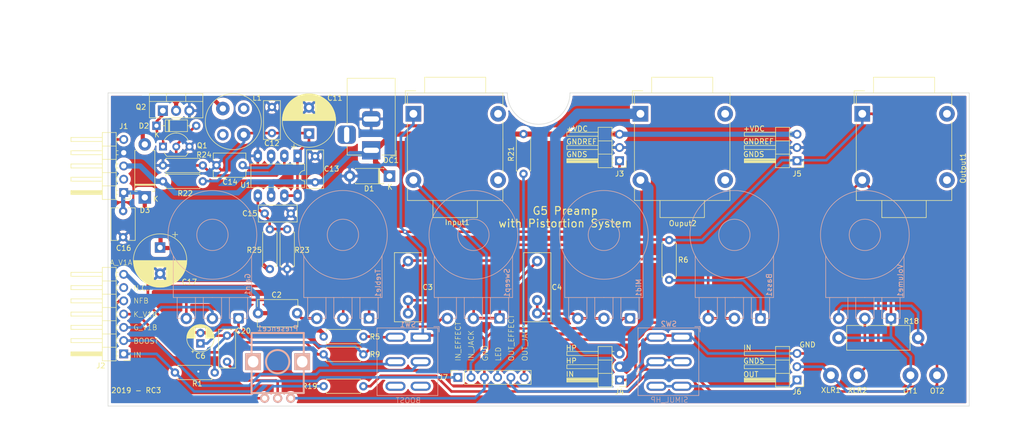
<source format=kicad_pcb>
(kicad_pcb (version 20171130) (host pcbnew "(5.1.2)-1")
  (title_block (title "Pream G5 with Pistortion System") (date 2019-05-12) (rev RC4) (company http://www.projetg5.com) (comment 2 "Licence under Creative Commons BY-NC-SA 4.0") (comment 3 "with A-wai Amplification and LemonAmps") (comment 4 http://www.projetg5.com))
  (layers (0 F.Cu signal) (31 B.Cu signal) (34 B.Paste user) (35 F.Paste user) (36 B.SilkS user) (37 F.SilkS user) (38 B.Mask user) (39 F.Mask user) (44 Edge.Cuts user))
  (net 0 "")
  (net 1 +24V)
  (net 2 "Net-(C2-Pad1)")
  (net 3 "Net-(Bass1-Pad1)")
  (net 4 "Net-(Bass1-Pad2)")
  (net 5 /SIMCAB_OUT)
  (net 6 "Net-(Gain1-Pad3)")
  (net 7 "Net-(OT2-Pad1)")
  (net 8 /A_V1A)
  (net 9 /G_V1B)
  (net 10 /IN_EFFECT)
  (net 11 /K_V1B)
  (net 12 GNDS)
  (net 13 /PEAK)
  (net 14 /HT2)
  (net 15 "Net-(D2-Pad1)")
  (net 16 "Net-(D2-Pad2)")
  (net 17 /HT1)
  (net 18 GNDREF)
  (net 19 /BOOST)
  (net 20 /LINE_OUT)
  (net 21 /HP2)
  (net 22 /HP1)
  (net 23 /IN_JACK)
  (net 24 /LED)
  (net 25 /OUT_EFFECT)
  (net 26 /OUT_JACK)
  (net 27 "Net-(C3-Pad2)")
  (net 28 "Net-(C4-Pad2)")
  (net 29 "Net-(C6-Pad1)")
  (net 30 "Net-(C14-Pad1)")
  (net 31 "Net-(C15-Pad1)")
  (net 32 "Net-(R5-Pad2)")
  (net 33 /NFB)
  (net 34 "Net-(C20-Pad1)")
  (module Connector_BarrelJack:BarrelJack_Horizontal (layer F.Cu) (at 130.42 113 270)
    (fp_text reference DC1 (at 1.9 -3.8) (layer F.SilkS))
    (fp_text value Barrel_Jack)
    (pad 3 thru_hole roundrect (at -3 4.7 270) (size 3.5 3.5) (drill oval 3 1) (layers *.Cu *.Mask))
    (pad 2 thru_hole roundrect (at -6 0 270) (size 3 3.5) (drill oval 1 3) (layers *.Cu *.Mask) (net 18 GNDREF))
    (pad 1 thru_hole rect (at 0 0 270) (size 3.5 3.5) (drill oval 1 3) (layers *.Cu *.Mask) (net 1 +24V))
  )
  (module ProjectLib_main:RV09AF-40-ALPHA-POT (layer B.Cu) (at 112.5 153.5 180)
    (fp_text reference Presence1 (at 0 6.38) (layer B.SilkS) (effects (font (size 1.016 1.016) (thickness 0.1524)) (justify mirror)))
    (fp_text value 5k hide)
    (pad "" thru_hole rect (at 4.7 0 180) (size 3 3.2) (drill oval 2 2.2) (layers *.Cu *.Mask B.SilkS))
    (pad 1 thru_hole circle (at -2.5 -7 180) (size 1.75 1.75) (drill 1) (layers *.Cu *.Mask B.SilkS) (net 12 GNDS))
    (pad 2 thru_hole circle (at 0 -7 180) (size 1.75 1.75) (drill 1) (layers *.Cu *.Mask B.SilkS) (net 34 "Net-(C20-Pad1)"))
    (pad 3 thru_hole circle (at 2.5 -7 180) (size 1.75 1.75) (drill 1) (layers *.Cu *.Mask B.SilkS) (net 33 /NFB))
    (pad "" thru_hole rect (at -4.7 0 180) (size 3 3.2) (drill oval 2 2.2) (layers *.Cu *.Mask B.SilkS))
  )
  (module Capacitor_THT:C_Rect_L7.2mm_W3.0mm_P5.00mm_FKS2_FKP2_MKS2_MKP2 (layer F.Cu) (at 102.8 153.5 90)
    (fp_text reference C20 (at 5.9 3.1 180) (layer F.SilkS))
    (fp_text value 47nF)
    (pad 2 thru_hole circle (at 5 0 90) (size 1.6 1.6) (drill 0.8) (layers *.Cu *.Mask) (net 12 GNDS))
    (pad 1 thru_hole circle (at 0 0 90) (size 1.6 1.6) (drill 0.8) (layers *.Cu *.Mask) (net 34 "Net-(C20-Pad1)"))
  )
  (module Resistor_THT:R_Axial_DIN0207_L6.3mm_D2.5mm_P7.62mm_Horizontal (layer F.Cu) (at 121.3 158.2)
    (fp_text reference R19 (at -2.66 0) (layer F.SilkS))
    (fp_text value 82k)
    (pad 2 thru_hole oval (at 7.62 0) (size 1.6 1.6) (drill 0.8) (layers *.Cu *.Mask) (net 7 "Net-(OT2-Pad1)"))
    (pad 1 thru_hole circle (at 0 0) (size 1.6 1.6) (drill 0.8) (layers *.Cu *.Mask) (net 33 /NFB))
  )
  (module ProjectLib_main:C_Rect_L13.0mm_W5.0mm_P7.5mm_or_P10.00mm_FKS3_FKP3_MKS4 (layer F.Cu) (at 162.23 134.23 270)
    (fp_text reference C4 (at 5 -3.75) (layer F.SilkS))
    (fp_text value 47nF)
    (pad 2 thru_hole circle (at 10 0 270) (size 2 2) (drill 1) (layers *.Cu *.Mask) (net 28 "Net-(C4-Pad2)"))
    (pad 1 thru_hole circle (at 0 0 270) (size 2 2) (drill 1) (layers *.Cu *.Mask) (net 27 "Net-(C3-Pad2)"))
    (pad 2 thru_hole circle (at 7.5 0 270) (size 2 2) (drill 1) (layers *.Cu *.Mask) (net 28 "Net-(C4-Pad2)"))
  )
  (module ProjectLib_main:C_Rect_L13.0mm_W5.0mm_P7.5mm_or_P10.00mm_FKS3_FKP3_MKS4 (layer F.Cu) (at 137.49 134.23 270)
    (fp_text reference C3 (at 5 -3.75) (layer F.SilkS))
    (fp_text value 100nF)
    (pad 2 thru_hole circle (at 10 0 270) (size 2 2) (drill 1) (layers *.Cu *.Mask) (net 27 "Net-(C3-Pad2)"))
    (pad 1 thru_hole circle (at 0 0 270) (size 2 2) (drill 1) (layers *.Cu *.Mask) (net 4 "Net-(Bass1-Pad2)"))
    (pad 2 thru_hole circle (at 7.5 0 270) (size 2 2) (drill 1) (layers *.Cu *.Mask) (net 27 "Net-(C3-Pad2)"))
  )
  (module Connector_PinHeader_2.54mm:PinHeader_1x07_P2.54mm_Horizontal (layer F.Cu) (at 83 152 180)
    (fp_text reference J2 (at 4.385 -2.27) (layer F.SilkS))
    (fp_text value PCB_TUBE)
    (pad 7 thru_hole oval (at 0 15.24 180) (size 1.7 1.7) (drill 1) (layers *.Cu *.Mask) (net 8 /A_V1A))
    (pad 6 thru_hole oval (at 0 12.7 180) (size 1.7 1.7) (drill 1) (layers *.Cu *.Mask))
    (pad 5 thru_hole oval (at 0 10.16 180) (size 1.7 1.7) (drill 1) (layers *.Cu *.Mask) (net 33 /NFB))
    (pad 4 thru_hole oval (at 0 7.62 180) (size 1.7 1.7) (drill 1) (layers *.Cu *.Mask) (net 11 /K_V1B))
    (pad 3 thru_hole oval (at 0 5.08 180) (size 1.7 1.7) (drill 1) (layers *.Cu *.Mask) (net 9 /G_V1B))
    (pad 2 thru_hole oval (at 0 2.54 180) (size 1.7 1.7) (drill 1) (layers *.Cu *.Mask) (net 19 /BOOST))
    (pad 1 thru_hole rect (at 0 0 180) (size 1.7 1.7) (drill 1) (layers *.Cu *.Mask) (net 10 /IN_EFFECT))
  )
  (module ProjectLib_main:Potentiometer_Alpha_RV16AF41_Single_Vertical (layer B.Cu) (at 230 145.2 90)
    (fp_text reference Volume1 (at 7.21 1.79 90) (layer B.SilkS) (effects (justify mirror)))
    (fp_text value 1k)
    (pad 1 thru_hole roundrect (at 0 0 180) (size 2 2) (drill 1.2) (layers *.Cu *.Mask) (roundrect_rratio 0.125) (net 12 GNDS))
    (pad 2 thru_hole circle (at 0 -5 180) (size 2.2 2.2) (drill 1.2) (layers *.Cu *.Mask) (net 20 /LINE_OUT))
    (pad 3 thru_hole circle (at 0 -10 180) (size 2.2 2.2) (drill 1.2) (layers *.Cu *.Mask) (net 7 "Net-(OT2-Pad1)"))
  )
  (module ProjectLib_main:Potentiometer_Alpha_RV16AF41_Single_Vertical (layer B.Cu) (at 205 145.2 90)
    (fp_text reference Bass1 (at 6.37 1.66 90) (layer B.SilkS) (effects (justify mirror)))
    (fp_text value "250k log")
    (pad 1 thru_hole roundrect (at 0 0 180) (size 2 2) (drill 1.2) (layers *.Cu *.Mask) (roundrect_rratio 0.125) (net 3 "Net-(Bass1-Pad1)"))
    (pad 2 thru_hole circle (at 0 -5 180) (size 2.2 2.2) (drill 1.2) (layers *.Cu *.Mask) (net 4 "Net-(Bass1-Pad2)"))
    (pad 3 thru_hole circle (at 0 -10 180) (size 2.2 2.2) (drill 1.2) (layers *.Cu *.Mask) (net 4 "Net-(Bass1-Pad2)"))
  )
  (module ProjectLib_main:Potentiometer_Alpha_RV16AF41_Single_Vertical (layer B.Cu) (at 130 145.2 90)
    (fp_text reference Treble1 (at 6.72 1.73 90) (layer B.SilkS) (effects (justify mirror)))
    (fp_text value "250k lin")
    (pad 1 thru_hole roundrect (at 0 0 180) (size 2 2) (drill 1.2) (layers *.Cu *.Mask) (roundrect_rratio 0.125) (net 4 "Net-(Bass1-Pad2)"))
    (pad 2 thru_hole circle (at 0 -5 180) (size 2.2 2.2) (drill 1.2) (layers *.Cu *.Mask) (net 6 "Net-(Gain1-Pad3)"))
    (pad 3 thru_hole circle (at 0 -10 180) (size 2.2 2.2) (drill 1.2) (layers *.Cu *.Mask) (net 2 "Net-(C2-Pad1)"))
  )
  (module ProjectLib_main:Potentiometer_Alpha_RV16AF41_Single_Vertical (layer B.Cu) (at 180 145.2 90)
    (fp_text reference Mid1 (at 5.83 1.68 90) (layer B.SilkS) (effects (justify mirror)))
    (fp_text value "100k log")
    (pad 1 thru_hole roundrect (at 0 0 180) (size 2 2) (drill 1.2) (layers *.Cu *.Mask) (roundrect_rratio 0.125) (net 12 GNDS))
    (pad 2 thru_hole circle (at 0 -5 180) (size 2.2 2.2) (drill 1.2) (layers *.Cu *.Mask) (net 28 "Net-(C4-Pad2)"))
    (pad 3 thru_hole circle (at 0 -10 180) (size 2.2 2.2) (drill 1.2) (layers *.Cu *.Mask) (net 28 "Net-(C4-Pad2)"))
  )
  (module ProjectLib_main:Potentiometer_Alpha_RV16AF41_Single_Vertical (layer B.Cu) (at 155 145.2 90)
    (fp_text reference Sweep1 (at 6.8 1.44 90) (layer B.SilkS) (effects (justify mirror)))
    (fp_text value "50k lin")
    (pad 1 thru_hole roundrect (at 0 0 180) (size 2 2) (drill 1.2) (layers *.Cu *.Mask) (roundrect_rratio 0.125) (net 27 "Net-(C3-Pad2)"))
    (pad 2 thru_hole circle (at 0 -5 180) (size 2.2 2.2) (drill 1.2) (layers *.Cu *.Mask) (net 27 "Net-(C3-Pad2)"))
    (pad 3 thru_hole circle (at 0 -10 180) (size 2.2 2.2) (drill 1.2) (layers *.Cu *.Mask) (net 32 "Net-(R5-Pad2)"))
  )
  (module ProjectLib_main:Potentiometer_Alpha_RV16AF41_Single_Vertical (layer B.Cu) (at 105 145.2 90)
    (fp_text reference Gain1 (at 6.5 1.75 90) (layer B.SilkS) (effects (justify mirror)))
    (fp_text value "1M log")
    (pad 1 thru_hole roundrect (at 0 0 180) (size 2 2) (drill 1.2) (layers *.Cu *.Mask) (roundrect_rratio 0.125) (net 12 GNDS))
    (pad 2 thru_hole circle (at 0 -5 180) (size 2.2 2.2) (drill 1.2) (layers *.Cu *.Mask) (net 9 /G_V1B))
    (pad 3 thru_hole circle (at 0 -10 180) (size 2.2 2.2) (drill 1.2) (layers *.Cu *.Mask) (net 6 "Net-(Gain1-Pad3)"))
  )
  (module Capacitor_THT:CP_Radial_D5.0mm_P2.00mm (layer F.Cu) (at 97.7 150 90)
    (fp_text reference C6 (at -2.4 0 180) (layer F.SilkS))
    (fp_text value 22µF/25V)
    (pad 2 thru_hole circle (at 2 0 90) (size 1.6 1.6) (drill 0.8) (layers *.Cu *.Mask) (net 12 GNDS))
    (pad 1 thru_hole rect (at 0 0 90) (size 1.6 1.6) (drill 0.8) (layers *.Cu *.Mask) (net 29 "Net-(C6-Pad1)"))
  )
  (module Resistor_THT:R_Axial_DIN0414_L11.9mm_D4.5mm_P15.24mm_Horizontal (layer F.Cu) (at 235.21 148.93 180)
    (fp_text reference R18 (at 1.31 3.19 180) (layer F.SilkS))
    (fp_text value 100R/2W)
    (pad 2 thru_hole oval (at 15.24 0 180) (size 2.4 2.4) (drill 1.2) (layers *.Cu *.Mask) (net 12 GNDS))
    (pad 1 thru_hole circle (at 0 0 180) (size 2.4 2.4) (drill 1.2) (layers *.Cu *.Mask) (net 7 "Net-(OT2-Pad1)"))
  )
  (module ProjectLib_main:Jack_6.35mm_Neutrik_NMJ4HCD2_Horizontal (layer F.Cu) (at 182 118.7 90)
    (fp_text reference Ouput2 (at -8.3 8.1 180) (layer F.SilkS))
    (fp_text value HP)
    (pad TN thru_hole circle (at 0 16.23 90) (size 3 3) (drill 1.5) (layers *.Cu *.Mask))
    (pad SN thru_hole circle (at 12.7 16.23 90) (size 3 3) (drill 1.5) (layers *.Cu *.Mask))
    (pad T thru_hole circle (at 0 0 90) (size 3 3) (drill 1.5) (layers *.Cu *.Mask) (net 22 /HP1))
    (pad S thru_hole rect (at 12.7 0 90) (size 3 3) (drill 1.5) (layers *.Cu *.Mask) (net 21 /HP2))
  )
  (module ProjectLib_main:Jack_6.35mm_Neutrik_NMJ4HCD2_Horizontal (layer F.Cu) (at 138.5 118.7 90)
    (fp_text reference Input1 (at -8.1 8.4 180) (layer F.SilkS))
    (fp_text value Input)
    (pad TN thru_hole circle (at 0 16.23 90) (size 3 3) (drill 1.5) (layers *.Cu *.Mask))
    (pad SN thru_hole circle (at 12.7 16.23 90) (size 3 3) (drill 1.5) (layers *.Cu *.Mask))
    (pad T thru_hole circle (at 0 0 90) (size 3 3) (drill 1.5) (layers *.Cu *.Mask) (net 23 /IN_JACK))
    (pad S thru_hole rect (at 12.7 0 90) (size 3 3) (drill 1.5) (layers *.Cu *.Mask) (net 12 GNDS))
  )
  (module Diode_THT:D_DO-41_SOD81_P7.62mm_Horizontal (layer F.Cu) (at 133.92 117.94 180)
    (fp_text reference D1 (at 3.9 -2.4) (layer F.SilkS))
    (fp_text value 1N4007)
    (fp_text user K (at -0.1 -2.1 180) (layer F.SilkS))
    (pad 1 thru_hole rect (at 0 0 180) (size 2.2 2.2) (drill 1.1) (layers *.Cu *.Mask) (net 1 +24V))
    (pad 2 thru_hole oval (at 7.62 0 180) (size 2.2 2.2) (drill 1.1) (layers *.Cu *.Mask) (net 18 GNDREF))
  )
  (module Connector_Wire:SolderWirePad_1x01_Drill2mm (layer F.Cu) (at 239.75 157.56)
    (fp_text reference OT2 (at -0.89 1.54) (layer F.SilkS))
    (fp_text value 125A)
    (pad 1 thru_hole circle (at -0.93 -1.46) (size 3 3) (drill 1.5) (layers *.Cu *.Mask) (net 7 "Net-(OT2-Pad1)"))
  )
  (module Connector_Wire:SolderWirePad_1x01_Drill2mm (layer F.Cu) (at 234.19 157.43)
    (fp_text reference OT1 (at -0.46 1.65) (layer F.SilkS))
    (fp_text value 125A)
    (pad 1 thru_hole circle (at -0.45 -1.33) (size 3 3) (drill 1.5) (layers *.Cu *.Mask) (net 12 GNDS))
  )
  (module Connector_Wire:SolderWirePad_1x01_Drill2mm (layer F.Cu) (at 218.48 155.58)
    (fp_text reference XLR1 (at 0 3.37) (layer F.SilkS))
    (fp_text value 1)
    (pad 1 thru_hole circle (at 0.02 0.52) (size 3 3) (drill 1.5) (layers *.Cu *.Mask) (net 12 GNDS))
  )
  (module Connector_Wire:SolderWirePad_1x01_Drill2mm (layer F.Cu) (at 223.77 157.09)
    (fp_text reference XLR2 (at -0.18 1.9) (layer F.SilkS))
    (fp_text value 2)
    (pad 1 thru_hole circle (at -0.19 -0.99) (size 3 3) (drill 1.5) (layers *.Cu *.Mask) (net 26 /OUT_JACK))
  )
  (module Capacitor_THT:C_Disc_D7.5mm_W5.0mm_P7.50mm (layer F.Cu) (at 116.24 144.21 180)
    (fp_text reference C2 (at 3.95 3.51) (layer F.SilkS))
    (fp_text value 250pF)
    (pad 1 thru_hole circle (at 0 0 180) (size 2 2) (drill 1) (layers *.Cu *.Mask) (net 2 "Net-(C2-Pad1)"))
    (pad 2 thru_hole circle (at 7.5 0 180) (size 2 2) (drill 1) (layers *.Cu *.Mask) (net 8 /A_V1A))
  )
  (module Resistor_THT:R_Axial_DIN0207_L6.3mm_D2.5mm_P7.62mm_Horizontal (layer F.Cu) (at 92.82 155.57)
    (fp_text reference R1 (at 4.28 2.13 180) (layer F.SilkS))
    (fp_text value 1M)
    (pad 1 thru_hole circle (at 0 0) (size 1.6 1.6) (drill 0.8) (layers *.Cu *.Mask) (net 10 /IN_EFFECT))
    (pad 2 thru_hole oval (at 7.62 0) (size 1.6 1.6) (drill 0.8) (layers *.Cu *.Mask) (net 12 GNDS))
  )
  (module Resistor_THT:R_Axial_DIN0207_L6.3mm_D2.5mm_P7.62mm_Horizontal (layer F.Cu) (at 121.31 148.68)
    (fp_text reference R5 (at 9.83 0.04) (layer F.SilkS))
    (fp_text value 47k)
    (pad 1 thru_hole circle (at 0 0) (size 1.6 1.6) (drill 0.8) (layers *.Cu *.Mask) (net 8 /A_V1A))
    (pad 2 thru_hole oval (at 7.62 0) (size 1.6 1.6) (drill 0.8) (layers *.Cu *.Mask) (net 32 "Net-(R5-Pad2)"))
  )
  (module Resistor_THT:R_Axial_DIN0207_L6.3mm_D2.5mm_P7.62mm_Horizontal (layer F.Cu) (at 187.5 137.82 90)
    (fp_text reference R6 (at 3.82 2.7 180) (layer F.SilkS))
    (fp_text value 15k)
    (pad 1 thru_hole circle (at 0 0 90) (size 1.6 1.6) (drill 0.8) (layers *.Cu *.Mask) (net 3 "Net-(Bass1-Pad1)"))
    (pad 2 thru_hole oval (at 7.62 0 90) (size 1.6 1.6) (drill 0.8) (layers *.Cu *.Mask) (net 12 GNDS))
  )
  (module Resistor_THT:R_Axial_DIN0207_L6.3mm_D2.5mm_P7.62mm_Horizontal (layer F.Cu) (at 121.3 152.09)
    (fp_text reference R9 (at 9.85 0.01) (layer F.SilkS))
    (fp_text value 100k)
    (pad 2 thru_hole oval (at 7.62 0) (size 1.6 1.6) (drill 0.8) (layers *.Cu *.Mask) (net 29 "Net-(C6-Pad1)"))
    (pad 1 thru_hole circle (at 0 0) (size 1.6 1.6) (drill 0.8) (layers *.Cu *.Mask) (net 11 /K_V1B))
  )
  (module Connector_PinHeader_2.54mm:PinHeader_1x03_P2.54mm_Horizontal (layer F.Cu) (at 178 115 180)
    (fp_text reference J3 (at 0 -2.5 180) (layer F.SilkS))
    (fp_text value PSU_AMP)
    (pad 3 thru_hole oval (at 0 5.08 180) (size 1.7 1.7) (drill 1) (layers *.Cu *.Mask) (net 1 +24V))
    (pad 2 thru_hole oval (at 0 2.54 180) (size 1.7 1.7) (drill 1) (layers *.Cu *.Mask) (net 18 GNDREF))
    (pad 1 thru_hole rect (at 0 0 180) (size 1.7 1.7) (drill 1) (layers *.Cu *.Mask) (net 12 GNDS))
  )
  (module Connector_PinHeader_2.54mm:PinHeader_1x03_P2.54mm_Horizontal (layer F.Cu) (at 212 115 180)
    (fp_text reference J5 (at 0 -2.5 180) (layer F.SilkS))
    (fp_text value PSU_SIMCAB)
    (pad 1 thru_hole rect (at 0 0 180) (size 1.7 1.7) (drill 1) (layers *.Cu *.Mask) (net 12 GNDS))
    (pad 2 thru_hole oval (at 0 2.54 180) (size 1.7 1.7) (drill 1) (layers *.Cu *.Mask) (net 18 GNDREF))
    (pad 3 thru_hole oval (at 0 5.08 180) (size 1.7 1.7) (drill 1) (layers *.Cu *.Mask) (net 1 +24V))
  )
  (module Connector_PinHeader_2.54mm:PinHeader_1x03_P2.54mm_Horizontal (layer F.Cu) (at 212 157 180)
    (fp_text reference J6 (at 0 -2.27 180) (layer F.SilkS))
    (fp_text value SIMCAB)
    (pad 1 thru_hole rect (at 0 0 180) (size 1.7 1.7) (drill 1) (layers *.Cu *.Mask) (net 5 /SIMCAB_OUT))
    (pad 2 thru_hole oval (at 0 2.54 180) (size 1.7 1.7) (drill 1) (layers *.Cu *.Mask) (net 12 GNDS))
    (pad 3 thru_hole oval (at 0 5.08 180) (size 1.7 1.7) (drill 1) (layers *.Cu *.Mask) (net 20 /LINE_OUT))
  )
  (module Connector_PinHeader_2.54mm:PinHeader_1x03_P2.54mm_Horizontal (layer F.Cu) (at 178 157 180)
    (fp_text reference J4 (at 0 -2.27 180) (layer F.SilkS))
    (fp_text value AMP)
    (pad 3 thru_hole oval (at 0 5.08 180) (size 1.7 1.7) (drill 1) (layers *.Cu *.Mask) (net 21 /HP2))
    (pad 2 thru_hole oval (at 0 2.54 180) (size 1.7 1.7) (drill 1) (layers *.Cu *.Mask) (net 22 /HP1))
    (pad 1 thru_hole rect (at 0 0 180) (size 1.7 1.7) (drill 1) (layers *.Cu *.Mask) (net 20 /LINE_OUT))
  )
  (module Capacitor_THT:C_Rect_L7.2mm_W3.0mm_P5.00mm_FKS2_FKP2_MKS2_MKP2 (layer F.Cu) (at 119.67 119.13 90)
    (fp_text reference C13 (at 2.58 3.16 180) (layer F.SilkS))
    (fp_text value 100n)
    (pad 2 thru_hole circle (at 5 0 90) (size 1.6 1.6) (drill 0.8) (layers *.Cu *.Mask) (net 18 GNDREF))
    (pad 1 thru_hole circle (at 0 0 90) (size 1.6 1.6) (drill 0.8) (layers *.Cu *.Mask) (net 1 +24V))
  )
  (module Capacitor_THT:CP_Radial_D10.0mm_P5.00mm (layer F.Cu) (at 118.5 109.8 90)
    (fp_text reference C11 (at 6.83 4.96 180) (layer F.SilkS))
    (fp_text value 470µ)
    (pad 2 thru_hole circle (at 5 0 90) (size 2 2) (drill 1) (layers *.Cu *.Mask) (net 18 GNDREF))
    (pad 1 thru_hole rect (at 0 0 90) (size 2 2) (drill 1) (layers *.Cu *.Mask) (net 13 /PEAK))
  )
  (module Capacitor_THT:C_Rect_L7.2mm_W3.0mm_P5.00mm_FKS2_FKP2_MKS2_MKP2 (layer F.Cu) (at 111.4 109.7 90)
    (fp_text reference C12 (at -1.95 -0.02 180) (layer F.SilkS))
    (fp_text value 100n)
    (pad 1 thru_hole circle (at 0 0 90) (size 1.6 1.6) (drill 0.8) (layers *.Cu *.Mask) (net 13 /PEAK))
    (pad 2 thru_hole circle (at 5 0 90) (size 1.6 1.6) (drill 0.8) (layers *.Cu *.Mask) (net 18 GNDREF))
  )
  (module Capacitor_THT:C_Disc_D6.0mm_W4.4mm_P5.00mm (layer F.Cu) (at 105.78 115.85 180)
    (fp_text reference C14 (at 2.4 -3.2 180) (layer F.SilkS))
    (fp_text value 470p)
    (pad 1 thru_hole circle (at 0 0 180) (size 1.6 1.6) (drill 0.8) (layers *.Cu *.Mask) (net 30 "Net-(C14-Pad1)"))
    (pad 2 thru_hole circle (at 5 0 180) (size 1.6 1.6) (drill 0.8) (layers *.Cu *.Mask) (net 18 GNDREF))
  )
  (module Capacitor_THT:C_Rect_L7.2mm_W3.0mm_P5.00mm_FKS2_FKP2_MKS2_MKP2 (layer F.Cu) (at 110.02 125.11)
    (fp_text reference C15 (at -2.85 -0.01) (layer F.SilkS))
    (fp_text value 100n)
    (pad 1 thru_hole circle (at 0 0) (size 1.6 1.6) (drill 0.8) (layers *.Cu *.Mask) (net 31 "Net-(C15-Pad1)"))
    (pad 2 thru_hole circle (at 5 0) (size 1.6 1.6) (drill 0.8) (layers *.Cu *.Mask) (net 18 GNDREF))
  )
  (module Capacitor_THT:C_Disc_D6.0mm_W4.4mm_P5.00mm (layer F.Cu) (at 82.89 124.64 270)
    (fp_text reference C16 (at 7.1 -0.1 180) (layer F.SilkS))
    (fp_text value 10n/400V)
    (pad 2 thru_hole circle (at 5 0 270) (size 1.6 1.6) (drill 0.8) (layers *.Cu *.Mask) (net 18 GNDREF))
    (pad 1 thru_hole circle (at 0 0 270) (size 1.6 1.6) (drill 0.8) (layers *.Cu *.Mask) (net 14 /HT2))
  )
  (module Capacitor_THT:CP_Radial_D10.0mm_P5.00mm (layer F.Cu) (at 89.97 131.62 270)
    (fp_text reference C17 (at 6.6 -5.6) (layer F.SilkS))
    (fp_text value 4.7µ/400V)
    (pad 1 thru_hole rect (at 0 0 270) (size 2 2) (drill 1) (layers *.Cu *.Mask) (net 14 /HT2))
    (pad 2 thru_hole circle (at 5 0 270) (size 2 2) (drill 1) (layers *.Cu *.Mask) (net 18 GNDREF))
  )
  (module Diode_THT:D_DO-35_SOD27_P7.62mm_Horizontal (layer F.Cu) (at 89.28 108.29)
    (fp_text reference D2 (at -2.42 0.03) (layer F.SilkS))
    (fp_text value 1N4148)
    (fp_text user K (at 0.09 1.71) (layer F.SilkS))
    (pad 1 thru_hole rect (at 0 0) (size 1.6 1.6) (drill 0.8) (layers *.Cu *.Mask) (net 15 "Net-(D2-Pad1)"))
    (pad 2 thru_hole oval (at 7.62 0) (size 1.6 1.6) (drill 0.8) (layers *.Cu *.Mask) (net 16 "Net-(D2-Pad2)"))
  )
  (module Diode_THT:D_DO-15_P10.16mm_Horizontal (layer F.Cu) (at 87.04 122.02 90)
    (fp_text reference D3 (at -2.46 0.02 180) (layer F.SilkS))
    (fp_text value BYV26)
    (fp_text user K (at -0.3 2.1 180) (layer F.SilkS))
    (pad 1 thru_hole rect (at 0 0 90) (size 2.4 2.4) (drill 1.2) (layers *.Cu *.Mask) (net 14 /HT2))
    (pad 2 thru_hole oval (at 10.16 0 90) (size 2.4 2.4) (drill 1.2) (layers *.Cu *.Mask) (net 17 /HT1))
  )
  (module Package_TO_SOT_THT:TO-92_Inline_Wide (layer F.Cu) (at 90.53 112.29)
    (fp_text reference Q1 (at 7.5 -0.2) (layer F.SilkS))
    (fp_text value MPS751)
    (pad 2 thru_hole circle (at 2.54 0 90) (size 1.5 1.5) (drill 0.8) (layers *.Cu *.Mask) (net 16 "Net-(D2-Pad2)"))
    (pad 3 thru_hole circle (at 5.08 0 90) (size 1.5 1.5) (drill 0.8) (layers *.Cu *.Mask) (net 18 GNDREF))
    (pad 1 thru_hole rect (at 0 0 90) (size 1.5 1.5) (drill 0.8) (layers *.Cu *.Mask) (net 15 "Net-(D2-Pad1)"))
  )
  (module Package_TO_SOT_THT:TO-220-3_Vertical (layer F.Cu) (at 90.5 105.4)
    (fp_text reference Q2 (at -4.2 -0.7) (layer F.SilkS))
    (fp_text value IRF740)
    (pad 1 thru_hole rect (at 0 0) (size 1.905 2) (drill 1.1) (layers *.Cu *.Mask) (net 15 "Net-(D2-Pad1)"))
    (pad 2 thru_hole oval (at 2.54 0) (size 1.905 2) (drill 1.1) (layers *.Cu *.Mask) (net 17 /HT1))
    (pad 3 thru_hole oval (at 5.08 0) (size 1.905 2) (drill 1.1) (layers *.Cu *.Mask) (net 18 GNDREF))
  )
  (module Resistor_THT:R_Axial_DIN0207_L6.3mm_D2.5mm_P7.62mm_Horizontal (layer F.Cu) (at 90.53 118.94)
    (fp_text reference R22 (at 4.25 2.31) (layer F.SilkS))
    (fp_text value 0.22R)
    (pad 2 thru_hole oval (at 7.62 0) (size 1.6 1.6) (drill 0.8) (layers *.Cu *.Mask) (net 13 /PEAK))
    (pad 1 thru_hole circle (at 0 0) (size 1.6 1.6) (drill 0.8) (layers *.Cu *.Mask) (net 1 +24V))
  )
  (module Resistor_THT:R_Axial_DIN0207_L6.3mm_D2.5mm_P7.62mm_Horizontal (layer F.Cu) (at 114.33 128.13 270)
    (fp_text reference R23 (at 3.99 -2.84 180) (layer F.SilkS))
    (fp_text value 1.8k)
    (pad 2 thru_hole oval (at 7.62 0 270) (size 1.6 1.6) (drill 0.8) (layers *.Cu *.Mask) (net 18 GNDREF))
    (pad 1 thru_hole circle (at 0 0 270) (size 1.6 1.6) (drill 0.8) (layers *.Cu *.Mask) (net 31 "Net-(C15-Pad1)"))
  )
  (module Resistor_THT:R_Axial_DIN0207_L6.3mm_D2.5mm_P7.62mm_Horizontal (layer F.Cu) (at 98.15 115.9 180)
    (fp_text reference R24 (at -0.25 2.04 180) (layer F.SilkS))
    (fp_text value 1k)
    (pad 1 thru_hole circle (at 0 0 180) (size 1.6 1.6) (drill 0.8) (layers *.Cu *.Mask) (net 16 "Net-(D2-Pad2)"))
    (pad 2 thru_hole oval (at 7.62 0 180) (size 1.6 1.6) (drill 0.8) (layers *.Cu *.Mask) (net 18 GNDREF))
  )
  (module Resistor_THT:R_Axial_DIN0207_L6.3mm_D2.5mm_P7.62mm_Horizontal (layer F.Cu) (at 111 135.75 90)
    (fp_text reference R25 (at 3.63 -2.98 180) (layer F.SilkS))
    (fp_text value 430k)
    (pad 1 thru_hole circle (at 0 0 90) (size 1.6 1.6) (drill 0.8) (layers *.Cu *.Mask) (net 14 /HT2))
    (pad 2 thru_hole oval (at 7.62 0 90) (size 1.6 1.6) (drill 0.8) (layers *.Cu *.Mask) (net 31 "Net-(C15-Pad1)"))
  )
  (module Package_DIP:DIP-8_W7.62mm_LongPads (layer F.Cu) (at 116.32 114.06 270)
    (fp_text reference U1 (at 5.6 9.96 180) (layer F.SilkS))
    (fp_text value MC34063AP)
    (pad 1 thru_hole rect (at 0 0 270) (size 2.4 1.6) (drill 0.8) (layers *.Cu *.Mask) (net 13 /PEAK))
    (pad 5 thru_hole oval (at 7.62 7.62 270) (size 2.4 1.6) (drill 0.8) (layers *.Cu *.Mask) (net 31 "Net-(C15-Pad1)"))
    (pad 2 thru_hole oval (at 0 2.54 270) (size 2.4 1.6) (drill 0.8) (layers *.Cu *.Mask) (net 16 "Net-(D2-Pad2)"))
    (pad 6 thru_hole oval (at 7.62 5.08 270) (size 2.4 1.6) (drill 0.8) (layers *.Cu *.Mask) (net 1 +24V))
    (pad 3 thru_hole oval (at 0 5.08 270) (size 2.4 1.6) (drill 0.8) (layers *.Cu *.Mask) (net 30 "Net-(C14-Pad1)"))
    (pad 7 thru_hole oval (at 7.62 2.54 270) (size 2.4 1.6) (drill 0.8) (layers *.Cu *.Mask) (net 13 /PEAK))
    (pad 4 thru_hole oval (at 0 7.62 270) (size 2.4 1.6) (drill 0.8) (layers *.Cu *.Mask) (net 18 GNDREF))
    (pad 8 thru_hole oval (at 7.62 0 270) (size 2.4 1.6) (drill 0.8) (layers *.Cu *.Mask) (net 13 /PEAK))
  )
  (module ProjectLib_main:L_Radial_D10.5mm_P5.00mm_MuRATA_1200RS (layer F.Cu) (at 106 110 180)
    (fp_text reference L1 (at -2.56 7.04 180) (layer F.SilkS))
    (fp_text value 220µH/1.5A)
    (pad 2 thru_hole circle (at 4 5 180) (size 2.6 2.6) (drill 1.2) (layers *.Cu *.Mask) (net 17 /HT1))
    (pad 1 thru_hole circle (at 0 0 180) (size 2.6 2.6) (drill 1.2) (layers *.Cu *.Mask) (net 13 /PEAK))
    (pad "" thru_hole circle (at 0 5 180) (size 2.2 2.2) (drill 1.2) (layers *.Cu *.Mask))
    (pad "" thru_hole circle (at 4 0 180) (size 2.2 2.2) (drill 1.2) (layers *.Cu *.Mask))
  )
  (module Switch_lever:SW_CK_Lever_DPDT_72xx (layer B.Cu) (at 189.9 148.8 180)
    (fp_text reference SW2 (at 2.47 2.53) (layer B.SilkS) (effects (justify mirror)))
    (fp_text value SIMCAB)
    (pad 1 thru_hole rect (at 0 0 180) (size 3.85 1.73) (drill oval 2.99 0.96) (layers *.Cu *.Mask) (net 20 /LINE_OUT))
    (pad 2 thru_hole oval (at 0 -4.7 180) (size 3.85 1.73) (drill oval 2.99 0.96) (layers *.Cu *.Mask) (net 25 /OUT_EFFECT))
    (pad 3 thru_hole oval (at 0 -9.4 180) (size 3.85 1.73) (drill oval 2.99 0.96) (layers *.Cu *.Mask) (net 5 /SIMCAB_OUT))
    (pad 5 thru_hole oval (at 4.83 -4.7 180) (size 3.85 1.73) (drill oval 2.99 0.96) (layers *.Cu *.Mask) (net 25 /OUT_EFFECT))
    (pad 6 thru_hole oval (at 4.83 -9.4 180) (size 3.85 1.73) (drill oval 2.99 0.96) (layers *.Cu *.Mask) (net 5 /SIMCAB_OUT))
    (pad 4 thru_hole oval (at 4.83 0 180) (size 3.85 1.73) (drill oval 2.99 0.96) (layers *.Cu *.Mask) (net 20 /LINE_OUT))
  )
  (module Connector_PinHeader_2.54mm:PinHeader_1x05_P2.54mm_Horizontal (layer F.Cu) (at 83 121.08 180)
    (fp_text reference J1 (at 0 12.68 180) (layer F.SilkS))
    (fp_text value PSU_TUBE)
    (pad 1 thru_hole rect (at 0 0 180) (size 1.7 1.7) (drill 1) (layers *.Cu *.Mask) (net 14 /HT2))
    (pad 2 thru_hole oval (at 0 2.54 180) (size 1.7 1.7) (drill 1) (layers *.Cu *.Mask))
    (pad 3 thru_hole oval (at 0 5.08 180) (size 1.7 1.7) (drill 1) (layers *.Cu *.Mask) (net 1 +24V))
    (pad 4 thru_hole oval (at 0 7.62 180) (size 1.7 1.7) (drill 1) (layers *.Cu *.Mask) (net 18 GNDREF))
    (pad 5 thru_hole oval (at 0 10.16 180) (size 1.7 1.7) (drill 1) (layers *.Cu *.Mask) (net 12 GNDS))
  )
  (module Switch_lever:SW_CK_Lever_DPDT_72xx (layer B.Cu) (at 139.9 148.8 180)
    (fp_text reference SW1 (at 2.46 2.45) (layer B.SilkS) (effects (justify mirror)))
    (fp_text value Boost)
    (pad 1 thru_hole rect (at 0 0 180) (size 3.85 1.73) (drill oval 2.99 0.96) (layers *.Cu *.Mask) (net 12 GNDS))
    (pad 2 thru_hole oval (at 0 -4.7 180) (size 3.85 1.73) (drill oval 2.99 0.96) (layers *.Cu *.Mask) (net 19 /BOOST))
    (pad 3 thru_hole oval (at 0 -9.4 180) (size 3.85 1.73) (drill oval 2.99 0.96) (layers *.Cu *.Mask))
    (pad 5 thru_hole oval (at 4.83 -4.7 180) (size 3.85 1.73) (drill oval 2.99 0.96) (layers *.Cu *.Mask) (net 11 /K_V1B))
    (pad 6 thru_hole oval (at 4.83 -9.4 180) (size 3.85 1.73) (drill oval 2.99 0.96) (layers *.Cu *.Mask))
    (pad 4 thru_hole oval (at 4.83 0 180) (size 3.85 1.73) (drill oval 2.99 0.96) (layers *.Cu *.Mask) (net 29 "Net-(C6-Pad1)"))
  )
  (module Connector_PinSocket_2.54mm:PinSocket_1x06_P2.54mm_Vertical (layer F.Cu) (at 147.02 156.5 90)
    (fp_text reference J7 (at 0 -2.77 180) (layer F.SilkS))
    (fp_text value 3PDT)
    (pad 1 thru_hole rect (at 0 0 90) (size 1.7 1.7) (drill 1) (layers *.Cu *.Mask) (net 10 /IN_EFFECT))
    (pad 2 thru_hole oval (at 0 2.54 90) (size 1.7 1.7) (drill 1) (layers *.Cu *.Mask) (net 23 /IN_JACK))
    (pad 3 thru_hole oval (at 0 5.08 90) (size 1.7 1.7) (drill 1) (layers *.Cu *.Mask) (net 12 GNDS))
    (pad 4 thru_hole oval (at 0 7.62 90) (size 1.7 1.7) (drill 1) (layers *.Cu *.Mask) (net 24 /LED))
    (pad 5 thru_hole oval (at 0 10.16 90) (size 1.7 1.7) (drill 1) (layers *.Cu *.Mask) (net 25 /OUT_EFFECT))
    (pad 6 thru_hole oval (at 0 12.7 90) (size 1.7 1.7) (drill 1) (layers *.Cu *.Mask) (net 26 /OUT_JACK))
  )
  (module Resistor_THT:R_Axial_DIN0207_L6.3mm_D2.5mm_P7.62mm_Horizontal (layer F.Cu) (at 159.6 117.5 90)
    (fp_text reference R21 (at 3.81 -2.37 90) (layer F.SilkS))
    (fp_text value 100k)
    (pad 1 thru_hole circle (at 0 0 90) (size 1.6 1.6) (drill 0.8) (layers *.Cu *.Mask) (net 24 /LED))
    (pad 2 thru_hole oval (at 7.62 0 90) (size 1.6 1.6) (drill 0.8) (layers *.Cu *.Mask) (net 1 +24V))
  )
  (module ProjectLib_main:Jack_6.35mm_Neutrik_NMJ4HCD2_Horizontal (layer F.Cu) (at 224.5 118.7 90)
    (fp_text reference Output1 (at 2.286 19.304 90) (layer F.SilkS))
    (fp_text value Output)
    (pad S thru_hole rect (at 12.7 0 90) (size 3 3) (drill 1.5) (layers *.Cu *.Mask) (net 12 GNDS))
    (pad T thru_hole circle (at 0 0 90) (size 3 3) (drill 1.5) (layers *.Cu *.Mask) (net 26 /OUT_JACK))
    (pad SN thru_hole circle (at 12.7 16.23 90) (size 3 3) (drill 1.5) (layers *.Cu *.Mask))
    (pad TN thru_hole circle (at 0 16.23 90) (size 3 3) (drill 1.5) (layers *.Cu *.Mask))
  )
  (gr_text BOOST (at 137.52 160.92) (layer B.SilkS) (effects (font (size 1 1) (thickness 0.1)) (justify mirror)))
  (gr_text SIMUL_HP (at 187.55 160.81) (layer B.SilkS) (effects (font (size 1 1) (thickness 0.1)) (justify mirror)))
  (gr_line (start 245 160) (end 245 162) (layer Edge.Cuts) (width 0.1))
  (gr_line (start 80 104) (end 80 102) (layer Edge.Cuts) (width 0.1))
  (gr_text N.C. (at 86.368095 139.4) (layer F.SilkS) (effects (font (size 1 1) (thickness 0.1))))
  (gr_text HP (at 168.76 150.88) (layer F.SilkS) (effects (font (size 1 1))))
  (gr_text IN (at 168.498096 155.89) (layer F.SilkS) (effects (font (size 1 1))))
  (gr_text HP~ (at 168.76 153.34) (layer F.SilkS) (effects (font (size 1 1))))
  (gr_text GNDREF (at 170.724762 111.34) (layer F.SilkS) (effects (font (size 1 1))))
  (gr_text GNDS (at 169.82 113.78) (layer F.SilkS) (effects (font (size 1 1))))
  (gr_text +VDC (at 169.867619 108.88) (layer F.SilkS) (effects (font (size 1 1))))
  (gr_text GNDS (at 203.71 113.76) (layer F.SilkS) (effects (font (size 1 1))))
  (gr_text +VDC (at 203.757619 108.86) (layer F.SilkS) (effects (font (size 1 1))))
  (gr_text GNDREF (at 204.614762 111.32) (layer F.SilkS) (effects (font (size 1 1))))
  (gr_text OUT (at 203.17 155.93) (layer F.SilkS) (effects (font (size 1 1))))
  (gr_text IN (at 202.493334 150.84) (layer F.SilkS) (effects (font (size 1 1))))
  (gr_text GNDS (at 203.731429 153.36) (layer F.SilkS) (effects (font (size 1 1))))
  (gr_text GND (at 214.02 150.24) (layer F.SilkS) (effects (font (size 1 1))))
  (gr_text IN_EFFECT (at 147.07 149.603333 90) (layer F.SilkS) (effects (font (size 1 1) (thickness 0.1))))
  (gr_text A_V1A (at 82.5 134.5) (layer F.SilkS) (effects (font (size 1 1) (thickness 0.1))))
  (gr_text NFB (at 86.320476 141.83) (layer F.SilkS) (effects (font (size 1 1) (thickness 0.1))))
  (gr_text K_V1B (at 87.153809 144.43) (layer F.SilkS) (effects (font (size 1 1) (thickness 0.1))))
  (gr_text G_V1B (at 87.153809 146.94) (layer F.SilkS) (effects (font (size 1 1) (thickness 0.1))))
  (gr_text BOOST (at 87.272857 149.54) (layer F.SilkS) (effects (font (size 1 1) (thickness 0.1))))
  (gr_text IN (at 85.63 152.2) (layer F.SilkS) (effects (font (size 1 1) (thickness 0.1))))
  (gr_text OUT_JACK (at 159.87 149.77 90) (layer F.SilkS) (effects (font (size 1 1) (thickness 0.1))))
  (gr_text OUT_EFFECT (at 157.27 148.936666 90) (layer F.SilkS) (effects (font (size 1 1) (thickness 0.1))))
  (gr_text LED (at 154.77 152.031904 90) (layer F.SilkS) (effects (font (size 1 1) (thickness 0.1))))
  (gr_text GND (at 152.27 151.88 90) (layer F.SilkS) (effects (font (size 1 1) (thickness 0.1))))
  (gr_text IN_JACK (at 149.57 150.436666 90) (layer F.SilkS) (effects (font (size 1 1) (thickness 0.1))))
  (gr_text "2019 - RC3" (at 85.4 159) (layer F.SilkS) (effects (font (size 1 1))))
  (gr_text "G5 Preamp\nwith Pistortion System" (at 167.6 125.8) (layer F.SilkS) (effects (font (size 1.5 1.5) (thickness 0.2))))
  (gr_arc (start 162.5 102) (end 156.5 102) (angle -180) (layer Edge.Cuts) (width 0.1))
  (gr_line (start 80 102) (end 156.5 102) (layer Edge.Cuts) (width 0.1))
  (gr_line (start 80 162) (end 80 104) (layer Edge.Cuts) (width 0.1))
  (gr_line (start 245 102) (end 168.5 102) (layer Edge.Cuts) (width 0.1))
  (gr_line (start 245 160) (end 245 102) (layer Edge.Cuts) (width 0.1))
  (gr_line (start 80 162) (end 245 162) (layer Edge.Cuts) (width 0.1))
  (segment (start 133.72 118.1) (end 133.71 118.11) (width 1) (layer B.Cu) (net 1))
  (segment (start 130.54001 113.65001) (end 130.58002 113.61) (width 1) (layer B.Cu) (net 1))
  (segment (start 126.41999 113.65001) (end 130.54001 113.65001) (width 1) (layer B.Cu) (net 1))
  (segment (start 121.02 119.05) (end 126.41999 113.65001) (width 1) (layer B.Cu) (net 1))
  (segment (start 111.67 119.05) (end 112.75 119.05) (width 1) (layer B.Cu) (net 1))
  (segment (start 111.24 119.48) (end 111.67 119.05) (width 1) (layer B.Cu) (net 1))
  (segment (start 111.24 121.68) (end 111.24 119.48) (width 1) (layer B.Cu) (net 1))
  (segment (start 112.75 119.05) (end 121.02 119.05) (width 1) (layer B.Cu) (net 1))
  (segment (start 86.16 116) (end 89.1 118.94) (width 1) (layer B.Cu) (net 1))
  (segment (start 83 116) (end 86.16 116) (width 1) (layer B.Cu) (net 1))
  (segment (start 89.1 118.94) (end 90.53 118.94) (width 1) (layer B.Cu) (net 1))
  (segment (start 92.800001 121.150001) (end 104.839999 121.150001) (width 1) (layer B.Cu) (net 1))
  (segment (start 104.839999 121.150001) (end 106.94 119.05) (width 1) (layer B.Cu) (net 1))
  (segment (start 90.53 118.94) (end 90.59 118.94) (width 1) (layer B.Cu) (net 1))
  (segment (start 106.94 119.05) (end 112.75 119.05) (width 1) (layer B.Cu) (net 1))
  (segment (start 90.59 118.94) (end 92.800001 121.150001) (width 1) (layer B.Cu) (net 1))
  (segment (start 133.78 118.08) (end 133.76 118.08) (width 1) (layer F.Cu) (net 1))
  (segment (start 133.92 117.94) (end 133.78 118.08) (width 1) (layer F.Cu) (net 1))
  (segment (start 177.98 109.9) (end 134.35 109.9) (width 1) (layer F.Cu) (net 1))
  (segment (start 178 109.92) (end 177.98 109.9) (width 1) (layer F.Cu) (net 1))
  (segment (start 131.25 115.27) (end 133.92 117.94) (width 1) (layer F.Cu) (net 1))
  (segment (start 134.35 109.9) (end 131.25 113) (width 1) (layer F.Cu) (net 1))
  (segment (start 131.25 113) (end 131.25 115.27) (width 1) (layer F.Cu) (net 1))
  (segment (start 178.88 109.92) (end 178 109.92) (width 1) (layer B.Cu) (net 1))
  (segment (start 212 109.92) (end 178.88 109.92) (width 1) (layer B.Cu) (net 1))
  (segment (start 116.27 144.39) (end 116.27 144.25) (width 0.5) (layer F.Cu) (net 2))
  (segment (start 119.96 145.19) (end 117.07 145.19) (width 0.5) (layer F.Cu) (net 2))
  (segment (start 117.07 145.19) (end 116.27 144.39) (width 0.5) (layer F.Cu) (net 2))
  (segment (start 205.02 141.2) (end 205.02 144.2) (width 0.5) (layer B.Cu) (net 3))
  (segment (start 201.72 137.9) (end 205.02 141.2) (width 0.5) (layer B.Cu) (net 3))
  (segment (start 187.55 137.85) (end 187.6 137.9) (width 0.5) (layer B.Cu) (net 3))
  (segment (start 187.6 137.9) (end 201.72 137.9) (width 0.5) (layer B.Cu) (net 3))
  (segment (start 194.97 145.19) (end 200.01 145.19) (width 0.5) (layer F.Cu) (net 4))
  (segment (start 194.98 145.17) (end 194.96 145.19) (width 0.5) (layer F.Cu) (net 4))
  (segment (start 194.98 136.31) (end 194.98 145.17) (width 0.5) (layer F.Cu) (net 4))
  (segment (start 192.51 133.84) (end 194.98 136.31) (width 0.5) (layer F.Cu) (net 4))
  (segment (start 170.79 133.84) (end 192.51 133.84) (width 0.5) (layer F.Cu) (net 4))
  (segment (start 168.05 131.1) (end 170.79 133.84) (width 0.5) (layer F.Cu) (net 4))
  (segment (start 130.02 141.66) (end 137.56 134.12) (width 0.5) (layer F.Cu) (net 4))
  (segment (start 130.02 145.15) (end 130.02 141.66) (width 0.5) (layer F.Cu) (net 4))
  (segment (start 137.56 134.12) (end 154.12 134.12) (width 0.5) (layer F.Cu) (net 4))
  (segment (start 154.12 134.12) (end 157.14 131.1) (width 0.5) (layer F.Cu) (net 4))
  (segment (start 157.14 131.1) (end 168.05 131.1) (width 0.5) (layer F.Cu) (net 4))
  (segment (start 212.03 157.01) (end 212.03 157) (width 0.5) (layer B.Cu) (net 5))
  (segment (start 210.84 158.2) (end 212.03 157.01) (width 0.5) (layer B.Cu) (net 5))
  (segment (start 185.18 158.19) (end 185.19 158.2) (width 0.5) (layer B.Cu) (net 5))
  (segment (start 185.19 158.2) (end 210.84 158.2) (width 0.5) (layer B.Cu) (net 5))
  (segment (start 125.06 142.4) (end 125.06 145.22) (width 0.5) (layer F.Cu) (net 6))
  (segment (start 95.52 141.65) (end 124.31 141.65) (width 0.5) (layer F.Cu) (net 6))
  (segment (start 124.31 141.65) (end 125.06 142.4) (width 0.5) (layer F.Cu) (net 6))
  (segment (start 95 144.2) (end 95 142.17) (width 0.5) (layer F.Cu) (net 6))
  (segment (start 95 142.17) (end 95.52 141.65) (width 0.5) (layer F.Cu) (net 6))
  (segment (start 235.869999 150.089999) (end 235.879999 150.089999) (width 0.5) (layer F.Cu) (net 7))
  (segment (start 235.879999 150.089999) (end 238.82 153.03) (width 0.5) (layer F.Cu) (net 7))
  (segment (start 233.9 142.8) (end 235.21 144.11) (width 0.5) (layer B.Cu) (net 7))
  (segment (start 220.7 142.8) (end 233.9 142.8) (width 0.5) (layer B.Cu) (net 7))
  (segment (start 220 143.5) (end 220.7 142.8) (width 0.5) (layer B.Cu) (net 7))
  (segment (start 238.82 153.03) (end 238.82 156.09) (width 0.5) (layer F.Cu) (net 7))
  (segment (start 220 145.2) (end 220 143.5) (width 0.5) (layer B.Cu) (net 7))
  (segment (start 235.21 144.11) (end 235.21 148.93) (width 0.5) (layer B.Cu) (net 7))
  (segment (start 234.67 148.89) (end 235.869999 150.089999) (width 0.5) (layer F.Cu) (net 7))
  (segment (start 195.5 159.2) (end 237.6 159.2) (width 0.5) (layer F.Cu) (net 7))
  (segment (start 192.3 156) (end 195.5 159.2) (width 0.5) (layer F.Cu) (net 7))
  (segment (start 179.8 159.2) (end 183 156) (width 0.5) (layer F.Cu) (net 7))
  (segment (start 130.25 158.2) (end 132.25 156.2) (width 0.5) (layer F.Cu) (net 7))
  (segment (start 128.92 158.2) (end 130.25 158.2) (width 0.5) (layer F.Cu) (net 7))
  (segment (start 237.6 159.2) (end 238.82 157.98) (width 0.5) (layer F.Cu) (net 7))
  (segment (start 132.25 156.2) (end 142.8 156.2) (width 0.5) (layer F.Cu) (net 7))
  (segment (start 238.82 157.98) (end 238.82 156.1) (width 0.5) (layer F.Cu) (net 7))
  (segment (start 142.8 156.2) (end 145.8 159.2) (width 0.5) (layer F.Cu) (net 7))
  (segment (start 183 156) (end 192.3 156) (width 0.5) (layer F.Cu) (net 7))
  (segment (start 145.8 159.2) (end 179.8 159.2) (width 0.5) (layer F.Cu) (net 7))
  (segment (start 108.68 144.13) (end 108.71 144.16) (width 0.8) (layer B.Cu) (net 8))
  (segment (start 83.494002 136.76) (end 86.034002 139.3) (width 0.8) (layer B.Cu) (net 8))
  (segment (start 83 136.76) (end 83.494002 136.76) (width 0.8) (layer B.Cu) (net 8))
  (segment (start 86.034002 139.3) (end 107.12 139.3) (width 0.8) (layer B.Cu) (net 8))
  (segment (start 107.12 139.3) (end 108.68 140.86) (width 0.8) (layer B.Cu) (net 8))
  (segment (start 108.68 140.86) (end 108.68 144.13) (width 0.8) (layer B.Cu) (net 8))
  (segment (start 120.619999 147.509999) (end 121.27 148.16) (width 0.8) (layer F.Cu) (net 8))
  (segment (start 113 144.2) (end 116.309999 147.509999) (width 0.8) (layer F.Cu) (net 8))
  (segment (start 116.309999 147.509999) (end 120.619999 147.509999) (width 0.8) (layer F.Cu) (net 8))
  (segment (start 108.74 144.21) (end 108.75 144.2) (width 0.8) (layer F.Cu) (net 8))
  (segment (start 108.75 144.2) (end 113 144.2) (width 0.8) (layer F.Cu) (net 8))
  (segment (start 90.2 143.05) (end 86.31 146.94) (width 0.5) (layer B.Cu) (net 9))
  (segment (start 99.17 143.05) (end 90.2 143.05) (width 0.5) (layer B.Cu) (net 9))
  (segment (start 86.31 146.94) (end 83 146.92) (width 0.5) (layer B.Cu) (net 9))
  (segment (start 100 145.13) (end 100 143.88) (width 0.5) (layer B.Cu) (net 9))
  (segment (start 100 143.88) (end 99.17 143.05) (width 0.5) (layer B.Cu) (net 9))
  (segment (start 146.4 155.9) (end 146.42 155.9) (width 0.5) (layer B.Cu) (net 10))
  (segment (start 147.02 156.5) (end 147 156.5) (width 0.5) (layer F.Cu) (net 10))
  (segment (start 84.35 152) (end 83 152) (width 0.5) (layer B.Cu) (net 10))
  (segment (start 96.49999 159.19999) (end 89.3 152) (width 0.5) (layer B.Cu) (net 10))
  (segment (start 120.705998 156.5) (end 120.006008 157.19999) (width 0.5) (layer B.Cu) (net 10))
  (segment (start 109.314238 157.19999) (end 107.314238 159.19999) (width 0.5) (layer B.Cu) (net 10))
  (segment (start 147.02 156.5) (end 120.705998 156.5) (width 0.5) (layer B.Cu) (net 10))
  (segment (start 89.3 152) (end 84.35 152) (width 0.5) (layer B.Cu) (net 10))
  (segment (start 120.006008 157.19999) (end 109.314238 157.19999) (width 0.5) (layer B.Cu) (net 10))
  (segment (start 107.314238 159.19999) (end 96.49999 159.19999) (width 0.5) (layer B.Cu) (net 10))
  (segment (start 134.550023 153.949977) (end 135.2 153.3) (width 0.5) (layer B.Cu) (net 11))
  (segment (start 121.3 152.15) (end 123.099977 153.949977) (width 0.5) (layer B.Cu) (net 11))
  (segment (start 123.099977 153.949977) (end 134.550023 153.949977) (width 0.5) (layer B.Cu) (net 11))
  (segment (start 117.87863 149.8) (end 120.16863 152.09) (width 0.5) (layer F.Cu) (net 11))
  (segment (start 85.62 144.4) (end 92.92 151.7) (width 0.5) (layer F.Cu) (net 11))
  (segment (start 120.16863 152.09) (end 121.3 152.09) (width 0.5) (layer F.Cu) (net 11))
  (segment (start 83 144.38) (end 85.62 144.4) (width 0.5) (layer F.Cu) (net 11))
  (segment (start 92.92 151.7) (end 102.394998 151.7) (width 0.5) (layer F.Cu) (net 11))
  (segment (start 104.294998 149.8) (end 117.87863 149.8) (width 0.5) (layer F.Cu) (net 11))
  (segment (start 102.394998 151.7) (end 104.294998 149.8) (width 0.5) (layer F.Cu) (net 11))
  (segment (start 138.799999 130.499999) (end 138.4 130.1) (width 0.5) (layer B.Cu) (net 12))
  (segment (start 140.3 132) (end 138.799999 130.499999) (width 0.5) (layer B.Cu) (net 12))
  (segment (start 139.9 148.5) (end 140.3 148.1) (width 0.5) (layer B.Cu) (net 12))
  (segment (start 140.3 148.1) (end 140.3 132) (width 0.5) (layer B.Cu) (net 12))
  (segment (start 138.000001 129.700001) (end 138.4 130.1) (width 0.5) (layer B.Cu) (net 12))
  (segment (start 136.1 127.8) (end 138.000001 129.700001) (width 0.5) (layer B.Cu) (net 12))
  (segment (start 136.1 110.4) (end 136.1 127.8) (width 0.5) (layer B.Cu) (net 12))
  (segment (start 138.5 108) (end 136.1 110.4) (width 0.5) (layer B.Cu) (net 12))
  (segment (start 140.15 148.7) (end 140 148.7) (width 0.5) (layer B.Cu) (net 12))
  (segment (start 152.1 156.5) (end 152.1 154.7) (width 0.5) (layer F.Cu) (net 12))
  (via (at 136.9 128.6) (size 0.8) (drill 0.4) (layers F.Cu B.Cu) (net 12))
  (segment (start 140.39 148.46) (end 140.15 148.7) (width 0.5) (layer F.Cu) (net 12))
  (segment (start 151.43 148.46) (end 140.39 148.46) (width 0.5) (layer F.Cu) (net 12))
  (segment (start 152.1 154.7) (end 152.1 149.13) (width 0.5) (layer F.Cu) (net 12))
  (segment (start 152.1 149.13) (end 151.43 148.46) (width 0.5) (layer F.Cu) (net 12))
  (segment (start 178.75 145.18) (end 180.03 145.18) (width 0.5) (layer F.Cu) (net 12))
  (segment (start 176.82 147.11) (end 178.75 145.18) (width 0.5) (layer F.Cu) (net 12))
  (segment (start 154.28 147.11) (end 176.82 147.11) (width 0.5) (layer F.Cu) (net 12))
  (segment (start 152.1 154.7) (end 152.1 149.29) (width 0.5) (layer F.Cu) (net 12))
  (segment (start 152.1 149.29) (end 154.28 147.11) (width 0.5) (layer F.Cu) (net 12))
  (segment (start 230.16 148.93) (end 233.8 152.57) (width 0.5) (layer B.Cu) (net 12))
  (segment (start 230 148.77) (end 230.16 148.93) (width 0.5) (layer B.Cu) (net 12))
  (segment (start 212 154.46) (end 214.44 154.46) (width 0.5) (layer B.Cu) (net 12))
  (segment (start 214.44 154.46) (end 216.86 154.46) (width 0.5) (layer B.Cu) (net 12))
  (segment (start 232.4 159.2) (end 221.6 159.2) (width 0.5) (layer B.Cu) (net 12))
  (segment (start 233.74 157.86) (end 232.4 159.2) (width 0.5) (layer B.Cu) (net 12))
  (segment (start 226.5 106) (end 224.5 106) (width 0.5) (layer F.Cu) (net 12))
  (segment (start 230 109.5) (end 226.5 106) (width 0.5) (layer F.Cu) (net 12))
  (segment (start 187.45 130.2) (end 187.35 130.1) (width 0.5) (layer F.Cu) (net 12))
  (segment (start 179.5 130.1) (end 178 128.6) (width 0.5) (layer F.Cu) (net 12))
  (segment (start 187.35 130.1) (end 179.5 130.1) (width 0.5) (layer F.Cu) (net 12))
  (segment (start 221.6 159.2) (end 218.5 156.1) (width 0.5) (layer B.Cu) (net 12))
  (segment (start 216.86 154.46) (end 218.5 156.1) (width 0.5) (layer B.Cu) (net 12))
  (segment (start 229.91 145.16) (end 230.01 145.26) (width 0.5) (layer B.Cu) (net 12))
  (segment (start 219.97 148.93) (end 230.16 148.93) (width 0.5) (layer B.Cu) (net 12))
  (segment (start 233.8 152.57) (end 233.8 156.06) (width 0.5) (layer B.Cu) (net 12))
  (segment (start 230 145.2) (end 230 148.77) (width 0.5) (layer B.Cu) (net 12))
  (segment (start 138.5 106) (end 138.5 108) (width 0.5) (layer B.Cu) (net 12))
  (segment (start 230 145.2) (end 230 109.5) (width 0.5) (layer F.Cu) (net 12))
  (segment (start 233.74 156.1) (end 233.74 157.86) (width 0.5) (layer B.Cu) (net 12))
  (segment (start 80.80001 111.78999) (end 81.67 110.92) (width 0.5) (layer F.Cu) (net 12))
  (segment (start 81.67 110.92) (end 83 110.92) (width 0.5) (layer F.Cu) (net 12))
  (segment (start 87.63 142.46) (end 87.63 137.43) (width 0.5) (layer F.Cu) (net 12))
  (segment (start 104.99 147.15) (end 103.64 148.5) (width 0.5) (layer F.Cu) (net 12))
  (segment (start 104.99 145.2) (end 104.99 147.15) (width 0.5) (layer F.Cu) (net 12))
  (segment (start 87.63 137.43) (end 80.80001 130.60001) (width 0.5) (layer F.Cu) (net 12))
  (segment (start 103.64 148.5) (end 99.150002 148.5) (width 0.5) (layer F.Cu) (net 12))
  (segment (start 93.07 147.9) (end 87.63 142.46) (width 0.5) (layer F.Cu) (net 12))
  (segment (start 99.150002 148.5) (end 98.550002 147.9) (width 0.5) (layer F.Cu) (net 12))
  (segment (start 80.80001 130.60001) (end 80.80001 111.78999) (width 0.5) (layer F.Cu) (net 12))
  (segment (start 98.550002 147.9) (end 93.07 147.9) (width 0.5) (layer F.Cu) (net 12))
  (segment (start 88.31 139) (end 87.615 139.695) (width 0.5) (layer F.Cu) (net 12))
  (segment (start 122.5 139) (end 88.31 139) (width 0.5) (layer F.Cu) (net 12))
  (segment (start 178 128.6) (end 132.9 128.6) (width 0.5) (layer F.Cu) (net 12))
  (segment (start 132.9 128.6) (end 122.5 139) (width 0.5) (layer F.Cu) (net 12))
  (segment (start 100.87 156) (end 100.44 155.57) (width 0.5) (layer B.Cu) (net 12))
  (segment (start 102.000001 149.299999) (end 102.8 148.5) (width 0.5) (layer B.Cu) (net 12))
  (segment (start 100.4 150.9) (end 102.000001 149.299999) (width 0.5) (layer B.Cu) (net 12))
  (segment (start 100.44 155.57) (end 100.4 155.53) (width 0.5) (layer B.Cu) (net 12))
  (segment (start 100.4 155.53) (end 100.4 150.9) (width 0.5) (layer B.Cu) (net 12))
  (segment (start 152.1 158.7) (end 152.1 156.5) (width 0.5) (layer B.Cu) (net 12))
  (segment (start 115 160.5) (end 150.3 160.5) (width 0.5) (layer B.Cu) (net 12))
  (segment (start 150.3 160.5) (end 152.1 158.7) (width 0.5) (layer B.Cu) (net 12))
  (segment (start 178 128.6) (end 178 115) (width 0.5) (layer F.Cu) (net 12))
  (segment (start 187.55 130.2) (end 193.8 130.2) (width 0.5) (layer B.Cu) (net 12))
  (segment (start 224.5 108) (end 224.5 106) (width 0.5) (layer B.Cu) (net 12))
  (segment (start 217.6 114.9) (end 224.5 108) (width 0.5) (layer B.Cu) (net 12))
  (segment (start 187.5 130.25) (end 187.55 130.2) (width 0.5) (layer B.Cu) (net 12))
  (segment (start 193.8 130.2) (end 209.1 114.9) (width 0.5) (layer B.Cu) (net 12))
  (segment (start 209.1 114.9) (end 217.6 114.9) (width 0.5) (layer B.Cu) (net 12))
  (segment (start 111.5 109.7) (end 118.4 109.7) (width 0.5) (layer F.Cu) (net 13))
  (segment (start 111.5 109.7) (end 106.3 109.7) (width 0.5) (layer F.Cu) (net 13))
  (segment (start 118.5 111.3) (end 116.29 113.51) (width 0.5) (layer F.Cu) (net 13))
  (segment (start 118.5 109.8) (end 118.5 111.3) (width 0.5) (layer F.Cu) (net 13))
  (segment (start 116.29 113.51) (end 116.29 121.7) (width 0.5) (layer F.Cu) (net 13))
  (segment (start 113.78 121.68) (end 115.08 121.68) (width 0.5) (layer F.Cu) (net 13))
  (segment (start 115.08 121.68) (end 116.29 121.68) (width 0.5) (layer F.Cu) (net 13))
  (segment (start 106.05 111.46) (end 106.05 109.9) (width 0.5) (layer B.Cu) (net 13))
  (segment (start 98.2 118.89) (end 100.96 118.89) (width 0.5) (layer B.Cu) (net 13))
  (segment (start 100.96 118.89) (end 102.73 117.12) (width 0.5) (layer B.Cu) (net 13))
  (segment (start 102.73 117.12) (end 102.73 114.78) (width 0.5) (layer B.Cu) (net 13))
  (segment (start 102.73 114.78) (end 106.05 111.46) (width 0.5) (layer B.Cu) (net 13))
  (segment (start 98.15 118.94) (end 98.2 118.89) (width 0.5) (layer B.Cu) (net 13))
  (segment (start 90.01 131.63) (end 90 131.62) (width 0.8) (layer F.Cu) (net 14))
  (segment (start 82.89 124.31) (end 82.6 124.6) (width 0.8) (layer B.Cu) (net 14))
  (segment (start 87.02 122.04) (end 87.04 122.02) (width 0.8) (layer B.Cu) (net 14))
  (segment (start 86.1 121.08) (end 82.89 121.08) (width 0.8) (layer B.Cu) (net 14))
  (segment (start 82.89 121.08) (end 82.89 124.31) (width 0.8) (layer B.Cu) (net 14))
  (segment (start 87.04 122.02) (end 86.1 121.08) (width 0.8) (layer B.Cu) (net 14))
  (segment (start 87.04 125.74) (end 87.04 122.02) (width 0.8) (layer F.Cu) (net 14))
  (segment (start 90.06 128.76) (end 87.04 125.74) (width 0.8) (layer F.Cu) (net 14))
  (segment (start 90.34 131.72) (end 90.06 131.44) (width 0.8) (layer F.Cu) (net 14))
  (segment (start 110.58 135.78) (end 106.52 131.72) (width 0.8) (layer F.Cu) (net 14))
  (segment (start 110.99 135.78) (end 110.58 135.78) (width 0.8) (layer F.Cu) (net 14))
  (segment (start 90.06 131.44) (end 90.06 128.76) (width 0.8) (layer F.Cu) (net 14))
  (segment (start 106.52 131.72) (end 90.34 131.72) (width 0.8) (layer F.Cu) (net 14))
  (segment (start 90.57 110.67) (end 90.57 112.27) (width 0.5) (layer F.Cu) (net 15))
  (segment (start 89.35 109.45) (end 90.57 110.67) (width 0.5) (layer F.Cu) (net 15))
  (segment (start 89.35 107.41) (end 89.35 109.45) (width 0.5) (layer F.Cu) (net 15))
  (segment (start 90.5 105.4) (end 90.5 106.26) (width 0.5) (layer F.Cu) (net 15))
  (segment (start 90.5 106.26) (end 89.35 107.41) (width 0.5) (layer F.Cu) (net 15))
  (segment (start 113.77 116.35) (end 113.77 114.09) (width 0.5) (layer F.Cu) (net 16))
  (segment (start 96.78934 108.29) (end 93.06 112.01934) (width 0.5) (layer F.Cu) (net 16))
  (segment (start 98.15 115.9) (end 100.07 117.82) (width 0.5) (layer F.Cu) (net 16))
  (segment (start 96.92 108.29) (end 96.78934 108.29) (width 0.5) (layer F.Cu) (net 16))
  (segment (start 93.06 112.01934) (end 93.06 114.46) (width 0.5) (layer F.Cu) (net 16))
  (segment (start 112.3 117.82) (end 113.77 116.35) (width 0.5) (layer F.Cu) (net 16))
  (segment (start 100.07 117.82) (end 112.3 117.82) (width 0.5) (layer F.Cu) (net 16))
  (segment (start 93.06 114.46) (end 94.5 115.9) (width 0.5) (layer F.Cu) (net 16))
  (segment (start 94.5 115.9) (end 98.15 115.9) (width 0.5) (layer F.Cu) (net 16))
  (segment (start 93.04 105.4) (end 93.04 103.9) (width 0.8) (layer F.Cu) (net 17))
  (segment (start 100.1 103.1) (end 102 105) (width 0.8) (layer F.Cu) (net 17))
  (segment (start 93.04 103.9) (end 93.8 103.1) (width 0.8) (layer F.Cu) (net 17))
  (segment (start 93.8 103.1) (end 100.1 103.1) (width 0.8) (layer F.Cu) (net 17))
  (segment (start 87.9 103.1) (end 86.65 104.35) (width 0.8) (layer F.Cu) (net 17))
  (segment (start 93.04 103.9) (end 92.24 103.1) (width 0.8) (layer F.Cu) (net 17))
  (segment (start 86.65 111.47) (end 87.04 111.86) (width 0.8) (layer F.Cu) (net 17))
  (segment (start 86.65 104.35) (end 86.65 111.47) (width 0.8) (layer F.Cu) (net 17))
  (segment (start 92.24 103.1) (end 87.9 103.1) (width 0.8) (layer F.Cu) (net 17))
  (via (at 97.3 155.4) (size 0.8) (drill 0.4) (layers F.Cu B.Cu) (net 18))
  (segment (start 97.644002 158.1) (end 89.004002 149.46) (width 0.5) (layer B.Cu) (net 19))
  (segment (start 107 158.1) (end 97.644002 158.1) (width 0.5) (layer B.Cu) (net 19))
  (segment (start 138.2 155.2) (end 120.591769 155.2) (width 0.5) (layer B.Cu) (net 19))
  (segment (start 119.891769 155.9) (end 109.2 155.9) (width 0.5) (layer B.Cu) (net 19))
  (segment (start 84.202081 149.46) (end 83 149.46) (width 0.5) (layer B.Cu) (net 19))
  (segment (start 89.004002 149.46) (end 84.202081 149.46) (width 0.5) (layer B.Cu) (net 19))
  (segment (start 109.2 155.9) (end 107 158.1) (width 0.5) (layer B.Cu) (net 19))
  (segment (start 139.9 153.5) (end 138.2 155.2) (width 0.5) (layer B.Cu) (net 19))
  (segment (start 120.591769 155.2) (end 119.891769 155.9) (width 0.5) (layer B.Cu) (net 19))
  (segment (start 183.69 148.49) (end 189.96 148.49) (width 0.5) (layer F.Cu) (net 20))
  (segment (start 181.05 151.13) (end 183.69 148.49) (width 0.5) (layer F.Cu) (net 20))
  (segment (start 181.05 155.3) (end 181.05 151.13) (width 0.5) (layer F.Cu) (net 20))
  (segment (start 178 157) (end 179.35 157) (width 0.5) (layer F.Cu) (net 20))
  (segment (start 179.35 157) (end 181.05 155.3) (width 0.5) (layer F.Cu) (net 20))
  (segment (start 225.02 145.18) (end 225 145.2) (width 0.5) (layer F.Cu) (net 20))
  (segment (start 191.47 148.46) (end 190.3 148.46) (width 0.5) (layer F.Cu) (net 20))
  (segment (start 212 151.92) (end 194.93 151.92) (width 0.5) (layer B.Cu) (net 20))
  (segment (start 194.93 151.92) (end 191.47 148.46) (width 0.5) (layer B.Cu) (net 20))
  (segment (start 223.34 151.92) (end 212 151.92) (width 0.5) (layer F.Cu) (net 20))
  (segment (start 225 145.2) (end 225 150.26) (width 0.5) (layer F.Cu) (net 20))
  (segment (start 225 150.26) (end 223.34 151.92) (width 0.5) (layer F.Cu) (net 20))
  (segment (start 181.7 106) (end 181.9 105.8) (width 2) (layer B.Cu) (net 21))
  (segment (start 170 106) (end 181.7 106) (width 2) (layer B.Cu) (net 21))
  (segment (start 177.150001 151.070001) (end 171.570001 151.070001) (width 2) (layer B.Cu) (net 21))
  (segment (start 171.570001 151.070001) (end 165.7 145.2) (width 2) (layer B.Cu) (net 21))
  (segment (start 165.7 145.2) (end 165.7 110.3) (width 2) (layer B.Cu) (net 21))
  (segment (start 178 151.92) (end 177.150001 151.070001) (width 2) (layer B.Cu) (net 21))
  (segment (start 165.7 110.3) (end 170 106) (width 2) (layer B.Cu) (net 21))
  (segment (start 183.5 120.3) (end 182 118.8) (width 2) (layer B.Cu) (net 22))
  (segment (start 183.5 145.53) (end 183.5 120.3) (width 2) (layer B.Cu) (net 22))
  (segment (start 183.5 145.82) (end 183.5 145.57) (width 2) (layer B.Cu) (net 22))
  (segment (start 181.319989 148.000011) (end 183.5 145.82) (width 2) (layer B.Cu) (net 22))
  (segment (start 180.599989 148.730011) (end 181.33 148) (width 2) (layer B.Cu) (net 22))
  (segment (start 180.599989 153.062092) (end 180.599989 148.730011) (width 2) (layer B.Cu) (net 22))
  (segment (start 178 154.46) (end 179.202081 154.46) (width 2) (layer B.Cu) (net 22))
  (segment (start 179.202081 154.46) (end 180.599989 153.062092) (width 2) (layer B.Cu) (net 22))
  (segment (start 138.5 118.8) (end 138.5 118.7) (width 0.5) (layer B.Cu) (net 23))
  (segment (start 152.5 132.8) (end 138.5 118.8) (width 0.5) (layer B.Cu) (net 23))
  (segment (start 152.5 150.7) (end 152.5 132.8) (width 0.5) (layer B.Cu) (net 23))
  (segment (start 149.5 156.5) (end 149.5 153.7) (width 0.5) (layer B.Cu) (net 23))
  (segment (start 149.5 153.7) (end 152.5 150.7) (width 0.5) (layer B.Cu) (net 23))
  (segment (start 159.6 120.6) (end 159.6 117.2) (width 0.5) (layer B.Cu) (net 24))
  (segment (start 159.6 150.3) (end 159.6 120.6) (width 0.5) (layer B.Cu) (net 24))
  (segment (start 154.64 156.5) (end 154.64 155.26) (width 0.5) (layer B.Cu) (net 24))
  (segment (start 154.64 155.26) (end 159.6 150.3) (width 0.5) (layer B.Cu) (net 24))
  (segment (start 185.17 153.2) (end 187.345 153.2) (width 0.5) (layer B.Cu) (net 25))
  (segment (start 187.345 153.2) (end 190.1 153.2) (width 0.5) (layer B.Cu) (net 25))
  (segment (start 185.17 153.2) (end 184.29 153.2) (width 0.5) (layer F.Cu) (net 25))
  (segment (start 184.29 153.2) (end 181.98 155.51) (width 0.5) (layer B.Cu) (net 25))
  (segment (start 157.13 157.87) (end 157.13 156.56) (width 0.5) (layer B.Cu) (net 25))
  (segment (start 181.98 155.51) (end 181.98 156.78) (width 0.5) (layer B.Cu) (net 25))
  (segment (start 181.98 156.78) (end 179.56001 159.19999) (width 0.5) (layer B.Cu) (net 25))
  (segment (start 179.56001 159.19999) (end 158.45999 159.19999) (width 0.5) (layer B.Cu) (net 25))
  (segment (start 158.45999 159.19999) (end 157.13 157.87) (width 0.5) (layer B.Cu) (net 25))
  (segment (start 159.7 155.3) (end 159.7 156.5) (width 0.5) (layer F.Cu) (net 26))
  (segment (start 183.42 146) (end 180.17 149.25) (width 0.5) (layer F.Cu) (net 26))
  (segment (start 165.75 149.25) (end 159.7 155.3) (width 0.5) (layer F.Cu) (net 26))
  (segment (start 208.86 148.04) (end 194.14 148.04) (width 0.5) (layer F.Cu) (net 26))
  (segment (start 192.1 146) (end 183.42 146) (width 0.5) (layer F.Cu) (net 26))
  (segment (start 194.14 148.04) (end 192.1 146) (width 0.5) (layer F.Cu) (net 26))
  (segment (start 180.17 149.25) (end 165.75 149.25) (width 0.5) (layer F.Cu) (net 26))
  (segment (start 221.5 135.4) (end 208.86 148.04) (width 0.5) (layer F.Cu) (net 26))
  (segment (start 221.5 121.7) (end 224.5 118.7) (width 0.5) (layer F.Cu) (net 26))
  (segment (start 221.5 135.4) (end 221.5 121.7) (width 0.5) (layer F.Cu) (net 26))
  (segment (start 225.999999 120.199999) (end 224.5 118.7) (width 0.5) (layer F.Cu) (net 26))
  (segment (start 227.6 121.8) (end 225.999999 120.199999) (width 0.5) (layer F.Cu) (net 26))
  (segment (start 227.6 152.08) (end 227.6 121.8) (width 0.5) (layer F.Cu) (net 26))
  (segment (start 223.58 156.1) (end 227.6 152.08) (width 0.5) (layer F.Cu) (net 26))
  (segment (start 137.554186 144.254186) (end 137.5 144.2) (width 0.5) (layer F.Cu) (net 27))
  (segment (start 150.01 145.15) (end 155.03 145.15) (width 0.5) (layer F.Cu) (net 27))
  (segment (start 149.11 141.73) (end 150.05 142.67) (width 0.5) (layer F.Cu) (net 27))
  (segment (start 155.05 141.46) (end 155.05 145.11) (width 0.5) (layer F.Cu) (net 27))
  (segment (start 162.25 134.23) (end 162.25 134.26) (width 0.5) (layer F.Cu) (net 27))
  (segment (start 162.25 134.26) (end 155.05 141.46) (width 0.5) (layer F.Cu) (net 27))
  (segment (start 150.05 142.67) (end 150.05 145.15) (width 0.5) (layer F.Cu) (net 27))
  (segment (start 150.05 145.15) (end 150.02 145.18) (width 0.5) (layer F.Cu) (net 27))
  (segment (start 137.6 141.73) (end 149.11 141.73) (width 0.5) (layer F.Cu) (net 27))
  (segment (start 137.49 141.62) (end 137.6 141.73) (width 0.5) (layer F.Cu) (net 27))
  (segment (start 137.49 141.73) (end 137.49 144.23) (width 0.5) (layer F.Cu) (net 27))
  (segment (start 174.93 145.2) (end 174.97 145.24) (width 0.5) (layer F.Cu) (net 28))
  (segment (start 170.02 145.2) (end 174.93 145.2) (width 0.5) (layer F.Cu) (net 28))
  (segment (start 169.11 144.29) (end 170.02 145.2) (width 0.5) (layer F.Cu) (net 28))
  (segment (start 162.28 144.32) (end 162.31 144.29) (width 0.5) (layer F.Cu) (net 28))
  (segment (start 162.31 144.29) (end 169.11 144.29) (width 0.5) (layer F.Cu) (net 28))
  (segment (start 162.23 144.23) (end 162.23 141.76) (width 0.5) (layer F.Cu) (net 28))
  (segment (start 162.23 141.76) (end 162.22 141.75) (width 0.5) (layer F.Cu) (net 28))
  (segment (start 132.39 148.81) (end 135.18 148.81) (width 0.5) (layer F.Cu) (net 29))
  (segment (start 128.9 152.07) (end 129.13 152.07) (width 0.5) (layer F.Cu) (net 29))
  (segment (start 129.13 152.07) (end 132.39 148.81) (width 0.5) (layer F.Cu) (net 29))
  (segment (start 99 150) (end 97.7 150) (width 0.5) (layer B.Cu) (net 29))
  (segment (start 107.6 149.8) (end 104.75001 146.95001) (width 0.5) (layer B.Cu) (net 29))
  (segment (start 104.75001 146.95001) (end 103.83578 146.95001) (width 0.5) (layer B.Cu) (net 29))
  (segment (start 103.83578 146.95001) (end 103.835769 146.949999) (width 0.5) (layer B.Cu) (net 29))
  (segment (start 119.691998 149.8) (end 107.6 149.8) (width 0.5) (layer B.Cu) (net 29))
  (segment (start 127.350001 150.530001) (end 120.421999 150.530001) (width 0.5) (layer B.Cu) (net 29))
  (segment (start 102.055999 146.949999) (end 102.005998 147) (width 0.5) (layer B.Cu) (net 29))
  (segment (start 120.421999 150.530001) (end 119.691998 149.8) (width 0.5) (layer B.Cu) (net 29))
  (segment (start 128.88 152.06) (end 127.350001 150.530001) (width 0.5) (layer B.Cu) (net 29))
  (segment (start 103.835769 146.949999) (end 102.055999 146.949999) (width 0.5) (layer B.Cu) (net 29))
  (segment (start 102.005998 147) (end 102 147) (width 0.5) (layer B.Cu) (net 29))
  (segment (start 102 147) (end 99 150) (width 0.5) (layer B.Cu) (net 29))
  (segment (start 111.25 115.7) (end 111.25 114.04) (width 0.5) (layer B.Cu) (net 30))
  (segment (start 110.610001 116.339999) (end 111.25 115.7) (width 0.5) (layer B.Cu) (net 30))
  (segment (start 105.78 115.85) (end 106.269999 116.339999) (width 0.5) (layer B.Cu) (net 30))
  (segment (start 106.269999 116.339999) (end 110.610001 116.339999) (width 0.5) (layer B.Cu) (net 30))
  (segment (start 108.7 124.14) (end 108.7 121.65) (width 0.5) (layer F.Cu) (net 31))
  (segment (start 110.96 128.08) (end 110.96 126.4) (width 0.5) (layer F.Cu) (net 31))
  (segment (start 110.96 126.4) (end 108.7 124.14) (width 0.5) (layer F.Cu) (net 31))
  (segment (start 114.32 128.08) (end 114.33 128.07) (width 0.5) (layer F.Cu) (net 31))
  (segment (start 110.96 128.13) (end 111.01 128.08) (width 0.5) (layer F.Cu) (net 31))
  (segment (start 111.01 128.08) (end 114.32 128.08) (width 0.5) (layer F.Cu) (net 31))
  (segment (start 144.04 145.13) (end 145.01 145.13) (width 0.5) (layer F.Cu) (net 32))
  (segment (start 142.37 146.8) (end 144.04 145.13) (width 0.5) (layer F.Cu) (net 32))
  (segment (start 132.82 146.8) (end 142.37 146.8) (width 0.5) (layer F.Cu) (net 32))
  (segment (start 128.91 148.68) (end 130.94 148.68) (width 0.5) (layer F.Cu) (net 32))
  (segment (start 130.94 148.68) (end 132.82 146.8) (width 0.5) (layer F.Cu) (net 32))
  (segment (start 120.9 158.2) (end 121.1 158) (width 0.5) (layer B.Cu) (net 33))
  (segment (start 111.550002 158.2) (end 120.9 158.2) (width 0.5) (layer B.Cu) (net 33))
  (segment (start 110 160.5) (end 110 159.750002) (width 0.5) (layer B.Cu) (net 33))
  (segment (start 110 159.750002) (end 111.550002 158.2) (width 0.5) (layer B.Cu) (net 33))
  (segment (start 80.80001 159.20001) (end 82.1 160.5) (width 0.5) (layer F.Cu) (net 33))
  (segment (start 83 141.84) (end 82.16 141.84) (width 0.5) (layer F.Cu) (net 33))
  (segment (start 82.1 160.5) (end 110 160.5) (width 0.5) (layer F.Cu) (net 33))
  (segment (start 80.80001 143.19999) (end 80.80001 159.20001) (width 0.5) (layer F.Cu) (net 33))
  (segment (start 82.16 141.84) (end 80.80001 143.19999) (width 0.5) (layer F.Cu) (net 33))
  (segment (start 112.5 157.4) (end 112.5 160.5) (width 0.5) (layer F.Cu) (net 34))
  (segment (start 112.2 157.1) (end 112.5 157.4) (width 0.5) (layer F.Cu) (net 34))
  (segment (start 106.1 157.1) (end 112.2 157.1) (width 0.5) (layer F.Cu) (net 34))
  (segment (start 102.8 153.5) (end 102.8 153.8) (width 0.5) (layer F.Cu) (net 34))
  (segment (start 102.8 153.8) (end 106.1 157.1) (width 0.5) (layer F.Cu) (net 34))
  (zone (net 18) (net_name GNDREF) (layer F.Cu) (connect_pads (clearance 0.508)) (min_thickness 0.254) (fill yes (arc_segments 32) (thermal_gap 0.508) (thermal_bridge_width 0.508))
    (polygon (pts (xy 64.6 89.4) (xy 64.6 164.8) (xy 250.4 164.8) (xy 250.4 89.6) (xy 64.8 89.6)))
  )
  (zone (net 18) (net_name GNDREF) (layer B.Cu) (connect_pads (clearance 0.508)) (min_thickness 0.254) (fill yes (arc_segments 32) (thermal_gap 0.508) (thermal_bridge_width 0.508))
    (polygon (pts (xy 59.3 84.2) (xy 59.3 169.3) (xy 255.5 169.3) (xy 255.5 84.2)))
  )
)
</source>
